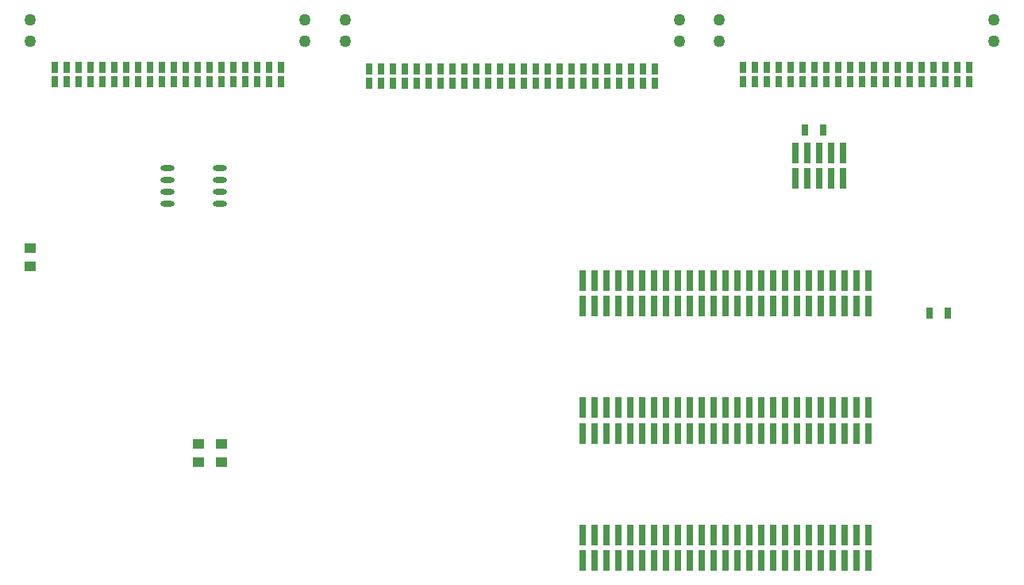
<source format=gbr>
G04 #@! TF.FileFunction,Paste,Top*
%FSLAX46Y46*%
G04 Gerber Fmt 4.6, Leading zero omitted, Abs format (unit mm)*
G04 Created by KiCad (PCBNEW 4.0.1-stable) date 2017-04-28 7:38:59 AM*
%MOMM*%
G01*
G04 APERTURE LIST*
%ADD10C,0.100000*%
%ADD11R,0.736600X2.219960*%
%ADD12R,0.736600X1.143000*%
%ADD13C,1.270000*%
%ADD14O,1.473200X0.609600*%
%ADD15R,0.700000X1.300000*%
%ADD16R,1.250000X1.000000*%
G04 APERTURE END LIST*
D10*
D11*
X130198400Y-47485520D03*
X130198400Y-50213480D03*
X131468400Y-47485520D03*
X131468400Y-50213480D03*
X135278400Y-50213480D03*
X135278400Y-47485520D03*
X134008400Y-50213480D03*
X134008400Y-47485520D03*
X132738400Y-50213480D03*
X132738400Y-47485520D03*
D12*
X75336600Y-38342400D03*
X75336600Y-39866400D03*
X74066600Y-38342400D03*
X74066600Y-39866400D03*
X72796600Y-38342400D03*
X72796600Y-39866400D03*
X71526600Y-38342400D03*
X71526600Y-39866400D03*
X70256600Y-38342400D03*
X70256600Y-39866400D03*
X68986600Y-38342400D03*
X68986600Y-39866400D03*
X67716600Y-38342400D03*
X67716600Y-39866400D03*
X66446600Y-38342400D03*
X66446600Y-39866400D03*
X65176600Y-38342400D03*
X65176600Y-39866400D03*
X63906600Y-38342400D03*
X63906600Y-39866400D03*
X62636600Y-38342400D03*
X62636600Y-39866400D03*
X61366600Y-38342400D03*
X61366600Y-39866400D03*
X60096600Y-38342400D03*
X60096600Y-39866400D03*
X58826600Y-38342400D03*
X58826600Y-39866400D03*
X57556600Y-38342400D03*
X57556600Y-39866400D03*
X56286600Y-38342400D03*
X56286600Y-39866400D03*
X55016600Y-38342400D03*
X55016600Y-39866400D03*
X53746600Y-38342400D03*
X53746600Y-39866400D03*
X52476600Y-38342400D03*
X52476600Y-39866400D03*
X51206600Y-38342400D03*
X51206600Y-39866400D03*
D13*
X77927400Y-33237000D03*
X48615800Y-33237000D03*
X77927400Y-35497600D03*
X48615800Y-35497600D03*
D12*
X148793400Y-38342400D03*
X148793400Y-39866400D03*
X147523400Y-38342400D03*
X147523400Y-39866400D03*
X146253400Y-38342400D03*
X146253400Y-39866400D03*
X144983400Y-38342400D03*
X144983400Y-39866400D03*
X143713400Y-38342400D03*
X143713400Y-39866400D03*
X142443400Y-38342400D03*
X142443400Y-39866400D03*
X141173400Y-38342400D03*
X141173400Y-39866400D03*
X139903400Y-38342400D03*
X139903400Y-39866400D03*
X138633400Y-38342400D03*
X138633400Y-39866400D03*
X137363400Y-38342400D03*
X137363400Y-39866400D03*
X136093400Y-38342400D03*
X136093400Y-39866400D03*
X134823400Y-38342400D03*
X134823400Y-39866400D03*
X133553400Y-38342400D03*
X133553400Y-39866400D03*
X132283400Y-38342400D03*
X132283400Y-39866400D03*
X131013400Y-38342400D03*
X131013400Y-39866400D03*
X129743400Y-38342400D03*
X129743400Y-39866400D03*
X128473400Y-38342400D03*
X128473400Y-39866400D03*
X127203400Y-38342400D03*
X127203400Y-39866400D03*
X125933400Y-38342400D03*
X125933400Y-39866400D03*
X124663400Y-38342400D03*
X124663400Y-39866400D03*
D13*
X151384200Y-33237000D03*
X122072600Y-33237000D03*
X151384200Y-35497600D03*
X122072600Y-35497600D03*
D14*
X63206000Y-49095000D03*
X63206000Y-50365000D03*
X63206000Y-51635000D03*
X63206000Y-52905000D03*
X68794000Y-52905000D03*
X68794000Y-51635000D03*
X68794000Y-50365000D03*
X68794000Y-49095000D03*
D15*
X144550000Y-64600000D03*
X146450000Y-64600000D03*
X133150000Y-45000000D03*
X131250000Y-45000000D03*
D12*
X115240000Y-38469400D03*
X115240000Y-39993400D03*
X113970000Y-38469400D03*
X113970000Y-39993400D03*
X112700000Y-38469400D03*
X112700000Y-39993400D03*
X111430000Y-38469400D03*
X111430000Y-39993400D03*
X110160000Y-38469400D03*
X110160000Y-39993400D03*
X108890000Y-38469400D03*
X108890000Y-39993400D03*
X107620000Y-38469400D03*
X107620000Y-39993400D03*
X106350000Y-38469400D03*
X106350000Y-39993400D03*
X105080000Y-38469400D03*
X105080000Y-39993400D03*
X103810000Y-38469400D03*
X103810000Y-39993400D03*
X102540000Y-38469400D03*
X102540000Y-39993400D03*
X101270000Y-38469400D03*
X101270000Y-39993400D03*
X100000000Y-38469400D03*
X100000000Y-39993400D03*
X98730000Y-38469400D03*
X98730000Y-39993400D03*
X97460000Y-38469400D03*
X97460000Y-39993400D03*
X96190000Y-38469400D03*
X96190000Y-39993400D03*
X94920000Y-38469400D03*
X94920000Y-39993400D03*
X93650000Y-38469400D03*
X93650000Y-39993400D03*
X92380000Y-38469400D03*
X92380000Y-39993400D03*
X91110000Y-38469400D03*
X91110000Y-39993400D03*
X89840000Y-38469400D03*
X89840000Y-39993400D03*
X88570000Y-38469400D03*
X88570000Y-39993400D03*
X87300000Y-38469400D03*
X87300000Y-39993400D03*
X86030000Y-38469400D03*
X86030000Y-39993400D03*
X84760000Y-38469400D03*
X84760000Y-39993400D03*
D13*
X117830800Y-33237000D03*
X82169200Y-33237000D03*
X117830800Y-35497600D03*
X82169200Y-35497600D03*
D16*
X48600000Y-59600000D03*
X48600000Y-57600000D03*
X66500000Y-78500000D03*
X66500000Y-80500000D03*
X69000000Y-78500000D03*
X69000000Y-80500000D03*
D11*
X108768400Y-63812980D03*
X108768400Y-61085020D03*
X117658400Y-63812980D03*
X117658400Y-61085020D03*
X116388400Y-63812980D03*
X116388400Y-61085020D03*
X115118400Y-63812980D03*
X115118400Y-61085020D03*
X113848400Y-63812980D03*
X113848400Y-61085020D03*
X126548400Y-61085020D03*
X126548400Y-63812980D03*
X127818400Y-61085020D03*
X127818400Y-63812980D03*
X129088400Y-61085020D03*
X129088400Y-63812980D03*
X130358400Y-61085020D03*
X130358400Y-63812980D03*
X131628400Y-61085020D03*
X131628400Y-63812980D03*
X107498400Y-61085020D03*
X107498400Y-63812980D03*
X110038400Y-61085020D03*
X110038400Y-63812980D03*
X111308400Y-61085020D03*
X111308400Y-63812980D03*
X112578400Y-61085020D03*
X112578400Y-63812980D03*
X118928400Y-61085020D03*
X118928400Y-63812980D03*
X137978400Y-63812980D03*
X137978400Y-61085020D03*
X136708400Y-63812980D03*
X136708400Y-61085020D03*
X135438400Y-63812980D03*
X135438400Y-61085020D03*
X134168400Y-63812980D03*
X134168400Y-61085020D03*
X132898400Y-63812980D03*
X132898400Y-61085020D03*
X125278400Y-63812980D03*
X125278400Y-61085020D03*
X124008400Y-63812980D03*
X124008400Y-61085020D03*
X122738400Y-63812980D03*
X122738400Y-61085020D03*
X121468400Y-63812980D03*
X121468400Y-61085020D03*
X120198400Y-63812980D03*
X120198400Y-61085020D03*
X108768400Y-77412980D03*
X108768400Y-74685020D03*
X117658400Y-77412980D03*
X117658400Y-74685020D03*
X116388400Y-77412980D03*
X116388400Y-74685020D03*
X115118400Y-77412980D03*
X115118400Y-74685020D03*
X113848400Y-77412980D03*
X113848400Y-74685020D03*
X126548400Y-74685020D03*
X126548400Y-77412980D03*
X127818400Y-74685020D03*
X127818400Y-77412980D03*
X129088400Y-74685020D03*
X129088400Y-77412980D03*
X130358400Y-74685020D03*
X130358400Y-77412980D03*
X131628400Y-74685020D03*
X131628400Y-77412980D03*
X107498400Y-74685020D03*
X107498400Y-77412980D03*
X110038400Y-74685020D03*
X110038400Y-77412980D03*
X111308400Y-74685020D03*
X111308400Y-77412980D03*
X112578400Y-74685020D03*
X112578400Y-77412980D03*
X118928400Y-74685020D03*
X118928400Y-77412980D03*
X137978400Y-77412980D03*
X137978400Y-74685020D03*
X136708400Y-77412980D03*
X136708400Y-74685020D03*
X135438400Y-77412980D03*
X135438400Y-74685020D03*
X134168400Y-77412980D03*
X134168400Y-74685020D03*
X132898400Y-77412980D03*
X132898400Y-74685020D03*
X125278400Y-77412980D03*
X125278400Y-74685020D03*
X124008400Y-77412980D03*
X124008400Y-74685020D03*
X122738400Y-77412980D03*
X122738400Y-74685020D03*
X121468400Y-77412980D03*
X121468400Y-74685020D03*
X120198400Y-77412980D03*
X120198400Y-74685020D03*
X108768400Y-91012980D03*
X108768400Y-88285020D03*
X117658400Y-91012980D03*
X117658400Y-88285020D03*
X116388400Y-91012980D03*
X116388400Y-88285020D03*
X115118400Y-91012980D03*
X115118400Y-88285020D03*
X113848400Y-91012980D03*
X113848400Y-88285020D03*
X126548400Y-88285020D03*
X126548400Y-91012980D03*
X127818400Y-88285020D03*
X127818400Y-91012980D03*
X129088400Y-88285020D03*
X129088400Y-91012980D03*
X130358400Y-88285020D03*
X130358400Y-91012980D03*
X131628400Y-88285020D03*
X131628400Y-91012980D03*
X107498400Y-88285020D03*
X107498400Y-91012980D03*
X110038400Y-88285020D03*
X110038400Y-91012980D03*
X111308400Y-88285020D03*
X111308400Y-91012980D03*
X112578400Y-88285020D03*
X112578400Y-91012980D03*
X118928400Y-88285020D03*
X118928400Y-91012980D03*
X137978400Y-91012980D03*
X137978400Y-88285020D03*
X136708400Y-91012980D03*
X136708400Y-88285020D03*
X135438400Y-91012980D03*
X135438400Y-88285020D03*
X134168400Y-91012980D03*
X134168400Y-88285020D03*
X132898400Y-91012980D03*
X132898400Y-88285020D03*
X125278400Y-91012980D03*
X125278400Y-88285020D03*
X124008400Y-91012980D03*
X124008400Y-88285020D03*
X122738400Y-91012980D03*
X122738400Y-88285020D03*
X121468400Y-91012980D03*
X121468400Y-88285020D03*
X120198400Y-91012980D03*
X120198400Y-88285020D03*
M02*

</source>
